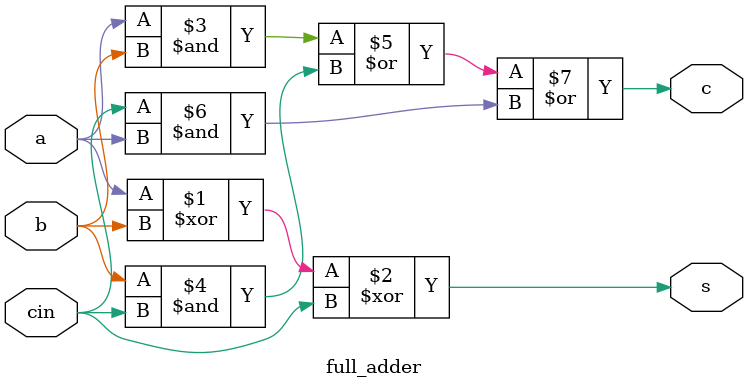
<source format=v>
module full_adder(s,c,a,b,cin);
  input wire a,b,cin;
  output wire s,c;
  
  assign s=a^b^cin;
  assign c=(a&b|b&cin|cin&a);
  
endmodule

</source>
